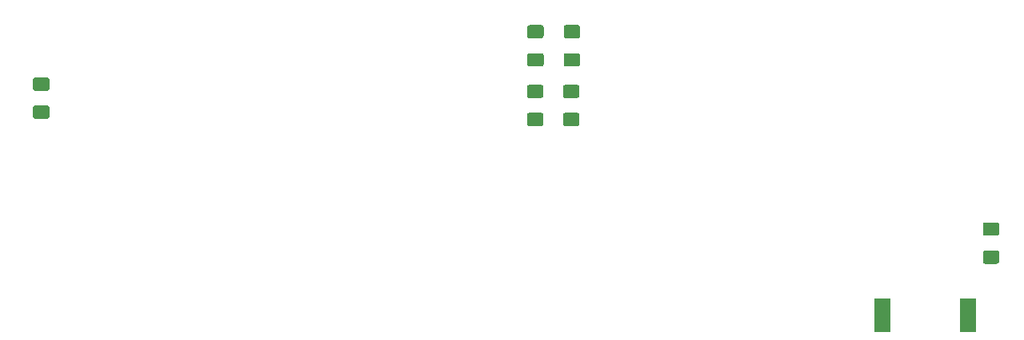
<source format=gbr>
G04 #@! TF.GenerationSoftware,KiCad,Pcbnew,(5.1.8)-1*
G04 #@! TF.CreationDate,2021-01-05T15:25:35+01:00*
G04 #@! TF.ProjectId,vfo-pcb,76666f2d-7063-4622-9e6b-696361645f70,rev?*
G04 #@! TF.SameCoordinates,Original*
G04 #@! TF.FileFunction,Paste,Bot*
G04 #@! TF.FilePolarity,Positive*
%FSLAX46Y46*%
G04 Gerber Fmt 4.6, Leading zero omitted, Abs format (unit mm)*
G04 Created by KiCad (PCBNEW (5.1.8)-1) date 2021-01-05 15:25:35*
%MOMM*%
%LPD*%
G01*
G04 APERTURE LIST*
%ADD10R,1.800000X3.600000*%
G04 APERTURE END LIST*
G36*
G01*
X98435000Y-83525000D02*
X99685000Y-83525000D01*
G75*
G02*
X99935000Y-83775000I0J-250000D01*
G01*
X99935000Y-84700000D01*
G75*
G02*
X99685000Y-84950000I-250000J0D01*
G01*
X98435000Y-84950000D01*
G75*
G02*
X98185000Y-84700000I0J250000D01*
G01*
X98185000Y-83775000D01*
G75*
G02*
X98435000Y-83525000I250000J0D01*
G01*
G37*
G36*
G01*
X98435000Y-86500000D02*
X99685000Y-86500000D01*
G75*
G02*
X99935000Y-86750000I0J-250000D01*
G01*
X99935000Y-87675000D01*
G75*
G02*
X99685000Y-87925000I-250000J0D01*
G01*
X98435000Y-87925000D01*
G75*
G02*
X98185000Y-87675000I0J250000D01*
G01*
X98185000Y-86750000D01*
G75*
G02*
X98435000Y-86500000I250000J0D01*
G01*
G37*
G36*
G01*
X146695000Y-98130000D02*
X147945000Y-98130000D01*
G75*
G02*
X148195000Y-98380000I0J-250000D01*
G01*
X148195000Y-99305000D01*
G75*
G02*
X147945000Y-99555000I-250000J0D01*
G01*
X146695000Y-99555000D01*
G75*
G02*
X146445000Y-99305000I0J250000D01*
G01*
X146445000Y-98380000D01*
G75*
G02*
X146695000Y-98130000I250000J0D01*
G01*
G37*
G36*
G01*
X146695000Y-101105000D02*
X147945000Y-101105000D01*
G75*
G02*
X148195000Y-101355000I0J-250000D01*
G01*
X148195000Y-102280000D01*
G75*
G02*
X147945000Y-102530000I-250000J0D01*
G01*
X146695000Y-102530000D01*
G75*
G02*
X146445000Y-102280000I0J250000D01*
G01*
X146445000Y-101355000D01*
G75*
G02*
X146695000Y-101105000I250000J0D01*
G01*
G37*
D10*
X144835000Y-107950000D03*
X135835000Y-107950000D03*
G36*
G01*
X102245000Y-86500000D02*
X103495000Y-86500000D01*
G75*
G02*
X103745000Y-86750000I0J-250000D01*
G01*
X103745000Y-87675000D01*
G75*
G02*
X103495000Y-87925000I-250000J0D01*
G01*
X102245000Y-87925000D01*
G75*
G02*
X101995000Y-87675000I0J250000D01*
G01*
X101995000Y-86750000D01*
G75*
G02*
X102245000Y-86500000I250000J0D01*
G01*
G37*
G36*
G01*
X102245000Y-83525000D02*
X103495000Y-83525000D01*
G75*
G02*
X103745000Y-83775000I0J-250000D01*
G01*
X103745000Y-84700000D01*
G75*
G02*
X103495000Y-84950000I-250000J0D01*
G01*
X102245000Y-84950000D01*
G75*
G02*
X101995000Y-84700000I0J250000D01*
G01*
X101995000Y-83775000D01*
G75*
G02*
X102245000Y-83525000I250000J0D01*
G01*
G37*
G36*
G01*
X46156720Y-85727840D02*
X47406720Y-85727840D01*
G75*
G02*
X47656720Y-85977840I0J-250000D01*
G01*
X47656720Y-86902840D01*
G75*
G02*
X47406720Y-87152840I-250000J0D01*
G01*
X46156720Y-87152840D01*
G75*
G02*
X45906720Y-86902840I0J250000D01*
G01*
X45906720Y-85977840D01*
G75*
G02*
X46156720Y-85727840I250000J0D01*
G01*
G37*
G36*
G01*
X46156720Y-82752840D02*
X47406720Y-82752840D01*
G75*
G02*
X47656720Y-83002840I0J-250000D01*
G01*
X47656720Y-83927840D01*
G75*
G02*
X47406720Y-84177840I-250000J0D01*
G01*
X46156720Y-84177840D01*
G75*
G02*
X45906720Y-83927840I0J250000D01*
G01*
X45906720Y-83002840D01*
G75*
G02*
X46156720Y-82752840I250000J0D01*
G01*
G37*
G36*
G01*
X103581360Y-78625400D02*
X102331360Y-78625400D01*
G75*
G02*
X102081360Y-78375400I0J250000D01*
G01*
X102081360Y-77450400D01*
G75*
G02*
X102331360Y-77200400I250000J0D01*
G01*
X103581360Y-77200400D01*
G75*
G02*
X103831360Y-77450400I0J-250000D01*
G01*
X103831360Y-78375400D01*
G75*
G02*
X103581360Y-78625400I-250000J0D01*
G01*
G37*
G36*
G01*
X103581360Y-81600400D02*
X102331360Y-81600400D01*
G75*
G02*
X102081360Y-81350400I0J250000D01*
G01*
X102081360Y-80425400D01*
G75*
G02*
X102331360Y-80175400I250000J0D01*
G01*
X103581360Y-80175400D01*
G75*
G02*
X103831360Y-80425400I0J-250000D01*
G01*
X103831360Y-81350400D01*
G75*
G02*
X103581360Y-81600400I-250000J0D01*
G01*
G37*
G36*
G01*
X99710400Y-81600400D02*
X98460400Y-81600400D01*
G75*
G02*
X98210400Y-81350400I0J250000D01*
G01*
X98210400Y-80425400D01*
G75*
G02*
X98460400Y-80175400I250000J0D01*
G01*
X99710400Y-80175400D01*
G75*
G02*
X99960400Y-80425400I0J-250000D01*
G01*
X99960400Y-81350400D01*
G75*
G02*
X99710400Y-81600400I-250000J0D01*
G01*
G37*
G36*
G01*
X99710400Y-78625400D02*
X98460400Y-78625400D01*
G75*
G02*
X98210400Y-78375400I0J250000D01*
G01*
X98210400Y-77450400D01*
G75*
G02*
X98460400Y-77200400I250000J0D01*
G01*
X99710400Y-77200400D01*
G75*
G02*
X99960400Y-77450400I0J-250000D01*
G01*
X99960400Y-78375400D01*
G75*
G02*
X99710400Y-78625400I-250000J0D01*
G01*
G37*
M02*

</source>
